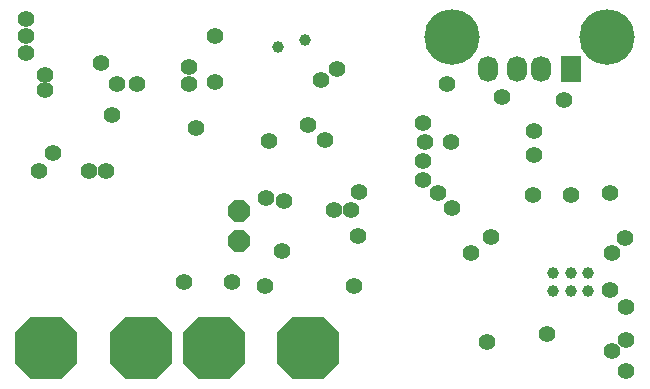
<source format=gbr>
G04 Layer_Color=16711935*
%FSLAX45Y45*%
%MOMM*%
%TF.FileFunction,Soldermask,Bot*%
%TF.Part,Single*%
G01*
G75*
%TA.AperFunction,ComponentPad*%
G04:AMPARAMS|DCode=77|XSize=5.2mm|YSize=5.2mm|CornerRadius=0mm|HoleSize=0mm|Usage=FLASHONLY|Rotation=180.000|XOffset=0mm|YOffset=0mm|HoleType=Round|Shape=Octagon|*
%AMOCTAGOND77*
4,1,8,-2.60000,1.30000,-2.60000,-1.30000,-1.30000,-2.60000,1.30000,-2.60000,2.60000,-1.30000,2.60000,1.30000,1.30000,2.60000,-1.30000,2.60000,-2.60000,1.30000,0.0*
%
%ADD77OCTAGOND77*%

G04:AMPARAMS|DCode=78|XSize=1.8mm|YSize=1.8mm|CornerRadius=0mm|HoleSize=0mm|Usage=FLASHONLY|Rotation=270.000|XOffset=0mm|YOffset=0mm|HoleType=Round|Shape=Octagon|*
%AMOCTAGOND78*
4,1,8,-0.45000,-0.90000,0.45000,-0.90000,0.90000,-0.45000,0.90000,0.45000,0.45000,0.90000,-0.45000,0.90000,-0.90000,0.45000,-0.90000,-0.45000,-0.45000,-0.90000,0.0*
%
%ADD78OCTAGOND78*%

%ADD79O,1.70000X2.20000*%
%ADD80R,1.70000X2.20000*%
%ADD81C,4.70000*%
%TA.AperFunction,ViaPad*%
%ADD82C,1.00000*%
%ADD83C,1.40000*%
D77*
X12690000Y4560000D02*
D03*
X13489999D02*
D03*
X11270000D02*
D03*
X12070000D02*
D03*
D78*
X12900000Y5717000D02*
D03*
Y5463000D02*
D03*
D79*
X15010001Y6920000D02*
D03*
X15460001D02*
D03*
X15260001D02*
D03*
D80*
X15710001D02*
D03*
D81*
X16017000Y7191000D02*
D03*
X14703000D02*
D03*
D82*
X15710001Y5045000D02*
D03*
Y5195000D02*
D03*
X15560001D02*
D03*
Y5045000D02*
D03*
X15860001D02*
D03*
Y5195000D02*
D03*
X13230000Y7110000D02*
D03*
X13460001Y7170000D02*
D03*
D83*
X12440000Y5120000D02*
D03*
X14870000Y5360000D02*
D03*
X13600000Y6830000D02*
D03*
X13880000Y5080000D02*
D03*
X16180000Y4630000D02*
D03*
X16060001Y4530000D02*
D03*
X16180000Y4910000D02*
D03*
X16060001Y5360000D02*
D03*
X16170000Y5490000D02*
D03*
X16039999Y5870000D02*
D03*
X11830000Y6530000D02*
D03*
X11730000Y6970000D02*
D03*
X11330000Y6210000D02*
D03*
X12540000Y6420000D02*
D03*
X13270000Y5380000D02*
D03*
X15400000Y6400000D02*
D03*
Y6190000D02*
D03*
X15510001Y4680000D02*
D03*
X16039999Y5050000D02*
D03*
X13730000Y6920000D02*
D03*
X12700000Y6810000D02*
D03*
Y7200000D02*
D03*
X15710001Y5850000D02*
D03*
X15389999D02*
D03*
X15130000Y6680000D02*
D03*
X15650000Y6660000D02*
D03*
X13630000Y6320000D02*
D03*
X13910001Y5510000D02*
D03*
X13710001Y5730000D02*
D03*
X13850000D02*
D03*
X13120000Y5080000D02*
D03*
X12839999Y5120000D02*
D03*
X13280000Y5800000D02*
D03*
X13130000Y5830000D02*
D03*
X15039999Y5500000D02*
D03*
X14700000Y6300000D02*
D03*
X14480000D02*
D03*
X14589999Y5870000D02*
D03*
X14710001Y5740000D02*
D03*
X14460001Y6140000D02*
D03*
Y5980000D02*
D03*
Y6460000D02*
D03*
X13489999Y6450000D02*
D03*
X11100000Y7340000D02*
D03*
Y7200000D02*
D03*
Y7060000D02*
D03*
X16180000Y4360000D02*
D03*
X11210000Y6060000D02*
D03*
X11630000D02*
D03*
X11780000D02*
D03*
X12040000Y6790000D02*
D03*
X11870000D02*
D03*
X12480000D02*
D03*
Y6940000D02*
D03*
X11260000Y6740000D02*
D03*
Y6870000D02*
D03*
X14660001Y6790000D02*
D03*
X13160001Y6310000D02*
D03*
X15000000Y4610000D02*
D03*
X13920000Y5880000D02*
D03*
%TF.MD5,66df9de4486a7c4d232848182902fd38*%
M02*

</source>
